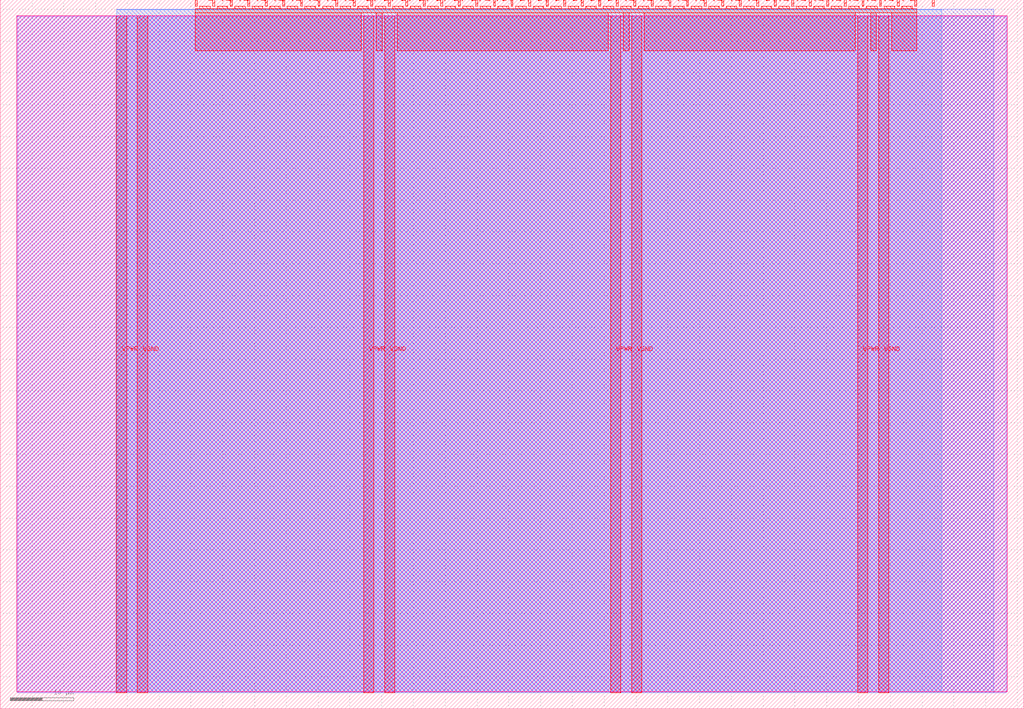
<source format=lef>
VERSION 5.7 ;
  NOWIREEXTENSIONATPIN ON ;
  DIVIDERCHAR "/" ;
  BUSBITCHARS "[]" ;
MACRO tt_um_ragnar_lucasnilsson954
  CLASS BLOCK ;
  FOREIGN tt_um_ragnar_lucasnilsson954 ;
  ORIGIN 0.000 0.000 ;
  SIZE 161.000 BY 111.520 ;
  PIN VGND
    DIRECTION INOUT ;
    USE GROUND ;
    PORT
      LAYER met4 ;
        RECT 21.580 2.480 23.180 109.040 ;
    END
    PORT
      LAYER met4 ;
        RECT 60.450 2.480 62.050 109.040 ;
    END
    PORT
      LAYER met4 ;
        RECT 99.320 2.480 100.920 109.040 ;
    END
    PORT
      LAYER met4 ;
        RECT 138.190 2.480 139.790 109.040 ;
    END
  END VGND
  PIN VPWR
    DIRECTION INOUT ;
    USE POWER ;
    PORT
      LAYER met4 ;
        RECT 18.280 2.480 19.880 109.040 ;
    END
    PORT
      LAYER met4 ;
        RECT 57.150 2.480 58.750 109.040 ;
    END
    PORT
      LAYER met4 ;
        RECT 96.020 2.480 97.620 109.040 ;
    END
    PORT
      LAYER met4 ;
        RECT 134.890 2.480 136.490 109.040 ;
    END
  END VPWR
  PIN clk
    DIRECTION INPUT ;
    USE SIGNAL ;
    ANTENNAGATEAREA 0.852000 ;
    PORT
      LAYER met4 ;
        RECT 143.830 110.520 144.130 111.520 ;
    END
  END clk
  PIN ena
    DIRECTION INPUT ;
    USE SIGNAL ;
    PORT
      LAYER met4 ;
        RECT 146.590 110.520 146.890 111.520 ;
    END
  END ena
  PIN rst_n
    DIRECTION INPUT ;
    USE SIGNAL ;
    ANTENNAGATEAREA 0.196500 ;
    PORT
      LAYER met4 ;
        RECT 141.070 110.520 141.370 111.520 ;
    END
  END rst_n
  PIN ui_in[0]
    DIRECTION INPUT ;
    USE SIGNAL ;
    ANTENNAGATEAREA 0.196500 ;
    PORT
      LAYER met4 ;
        RECT 138.310 110.520 138.610 111.520 ;
    END
  END ui_in[0]
  PIN ui_in[1]
    DIRECTION INPUT ;
    USE SIGNAL ;
    ANTENNAGATEAREA 0.196500 ;
    PORT
      LAYER met4 ;
        RECT 135.550 110.520 135.850 111.520 ;
    END
  END ui_in[1]
  PIN ui_in[2]
    DIRECTION INPUT ;
    USE SIGNAL ;
    ANTENNAGATEAREA 0.196500 ;
    PORT
      LAYER met4 ;
        RECT 132.790 110.520 133.090 111.520 ;
    END
  END ui_in[2]
  PIN ui_in[3]
    DIRECTION INPUT ;
    USE SIGNAL ;
    ANTENNAGATEAREA 0.196500 ;
    PORT
      LAYER met4 ;
        RECT 130.030 110.520 130.330 111.520 ;
    END
  END ui_in[3]
  PIN ui_in[4]
    DIRECTION INPUT ;
    USE SIGNAL ;
    ANTENNAGATEAREA 0.196500 ;
    PORT
      LAYER met4 ;
        RECT 127.270 110.520 127.570 111.520 ;
    END
  END ui_in[4]
  PIN ui_in[5]
    DIRECTION INPUT ;
    USE SIGNAL ;
    PORT
      LAYER met4 ;
        RECT 124.510 110.520 124.810 111.520 ;
    END
  END ui_in[5]
  PIN ui_in[6]
    DIRECTION INPUT ;
    USE SIGNAL ;
    PORT
      LAYER met4 ;
        RECT 121.750 110.520 122.050 111.520 ;
    END
  END ui_in[6]
  PIN ui_in[7]
    DIRECTION INPUT ;
    USE SIGNAL ;
    PORT
      LAYER met4 ;
        RECT 118.990 110.520 119.290 111.520 ;
    END
  END ui_in[7]
  PIN uio_in[0]
    DIRECTION INPUT ;
    USE SIGNAL ;
    PORT
      LAYER met4 ;
        RECT 116.230 110.520 116.530 111.520 ;
    END
  END uio_in[0]
  PIN uio_in[1]
    DIRECTION INPUT ;
    USE SIGNAL ;
    PORT
      LAYER met4 ;
        RECT 113.470 110.520 113.770 111.520 ;
    END
  END uio_in[1]
  PIN uio_in[2]
    DIRECTION INPUT ;
    USE SIGNAL ;
    PORT
      LAYER met4 ;
        RECT 110.710 110.520 111.010 111.520 ;
    END
  END uio_in[2]
  PIN uio_in[3]
    DIRECTION INPUT ;
    USE SIGNAL ;
    PORT
      LAYER met4 ;
        RECT 107.950 110.520 108.250 111.520 ;
    END
  END uio_in[3]
  PIN uio_in[4]
    DIRECTION INPUT ;
    USE SIGNAL ;
    PORT
      LAYER met4 ;
        RECT 105.190 110.520 105.490 111.520 ;
    END
  END uio_in[4]
  PIN uio_in[5]
    DIRECTION INPUT ;
    USE SIGNAL ;
    PORT
      LAYER met4 ;
        RECT 102.430 110.520 102.730 111.520 ;
    END
  END uio_in[5]
  PIN uio_in[6]
    DIRECTION INPUT ;
    USE SIGNAL ;
    PORT
      LAYER met4 ;
        RECT 99.670 110.520 99.970 111.520 ;
    END
  END uio_in[6]
  PIN uio_in[7]
    DIRECTION INPUT ;
    USE SIGNAL ;
    PORT
      LAYER met4 ;
        RECT 96.910 110.520 97.210 111.520 ;
    END
  END uio_in[7]
  PIN uio_oe[0]
    DIRECTION OUTPUT ;
    USE SIGNAL ;
    PORT
      LAYER met4 ;
        RECT 49.990 110.520 50.290 111.520 ;
    END
  END uio_oe[0]
  PIN uio_oe[1]
    DIRECTION OUTPUT ;
    USE SIGNAL ;
    PORT
      LAYER met4 ;
        RECT 47.230 110.520 47.530 111.520 ;
    END
  END uio_oe[1]
  PIN uio_oe[2]
    DIRECTION OUTPUT ;
    USE SIGNAL ;
    PORT
      LAYER met4 ;
        RECT 44.470 110.520 44.770 111.520 ;
    END
  END uio_oe[2]
  PIN uio_oe[3]
    DIRECTION OUTPUT ;
    USE SIGNAL ;
    PORT
      LAYER met4 ;
        RECT 41.710 110.520 42.010 111.520 ;
    END
  END uio_oe[3]
  PIN uio_oe[4]
    DIRECTION OUTPUT ;
    USE SIGNAL ;
    PORT
      LAYER met4 ;
        RECT 38.950 110.520 39.250 111.520 ;
    END
  END uio_oe[4]
  PIN uio_oe[5]
    DIRECTION OUTPUT ;
    USE SIGNAL ;
    PORT
      LAYER met4 ;
        RECT 36.190 110.520 36.490 111.520 ;
    END
  END uio_oe[5]
  PIN uio_oe[6]
    DIRECTION OUTPUT ;
    USE SIGNAL ;
    PORT
      LAYER met4 ;
        RECT 33.430 110.520 33.730 111.520 ;
    END
  END uio_oe[6]
  PIN uio_oe[7]
    DIRECTION OUTPUT ;
    USE SIGNAL ;
    PORT
      LAYER met4 ;
        RECT 30.670 110.520 30.970 111.520 ;
    END
  END uio_oe[7]
  PIN uio_out[0]
    DIRECTION OUTPUT ;
    USE SIGNAL ;
    PORT
      LAYER met4 ;
        RECT 72.070 110.520 72.370 111.520 ;
    END
  END uio_out[0]
  PIN uio_out[1]
    DIRECTION OUTPUT ;
    USE SIGNAL ;
    PORT
      LAYER met4 ;
        RECT 69.310 110.520 69.610 111.520 ;
    END
  END uio_out[1]
  PIN uio_out[2]
    DIRECTION OUTPUT ;
    USE SIGNAL ;
    PORT
      LAYER met4 ;
        RECT 66.550 110.520 66.850 111.520 ;
    END
  END uio_out[2]
  PIN uio_out[3]
    DIRECTION OUTPUT ;
    USE SIGNAL ;
    PORT
      LAYER met4 ;
        RECT 63.790 110.520 64.090 111.520 ;
    END
  END uio_out[3]
  PIN uio_out[4]
    DIRECTION OUTPUT ;
    USE SIGNAL ;
    PORT
      LAYER met4 ;
        RECT 61.030 110.520 61.330 111.520 ;
    END
  END uio_out[4]
  PIN uio_out[5]
    DIRECTION OUTPUT ;
    USE SIGNAL ;
    PORT
      LAYER met4 ;
        RECT 58.270 110.520 58.570 111.520 ;
    END
  END uio_out[5]
  PIN uio_out[6]
    DIRECTION OUTPUT ;
    USE SIGNAL ;
    PORT
      LAYER met4 ;
        RECT 55.510 110.520 55.810 111.520 ;
    END
  END uio_out[6]
  PIN uio_out[7]
    DIRECTION OUTPUT ;
    USE SIGNAL ;
    PORT
      LAYER met4 ;
        RECT 52.750 110.520 53.050 111.520 ;
    END
  END uio_out[7]
  PIN uo_out[0]
    DIRECTION OUTPUT ;
    USE SIGNAL ;
    ANTENNAGATEAREA 0.373500 ;
    ANTENNADIFFAREA 0.891000 ;
    PORT
      LAYER met4 ;
        RECT 94.150 110.520 94.450 111.520 ;
    END
  END uo_out[0]
  PIN uo_out[1]
    DIRECTION OUTPUT ;
    USE SIGNAL ;
    ANTENNAGATEAREA 0.373500 ;
    ANTENNADIFFAREA 0.891000 ;
    PORT
      LAYER met4 ;
        RECT 91.390 110.520 91.690 111.520 ;
    END
  END uo_out[1]
  PIN uo_out[2]
    DIRECTION OUTPUT ;
    USE SIGNAL ;
    ANTENNAGATEAREA 0.373500 ;
    ANTENNADIFFAREA 0.891000 ;
    PORT
      LAYER met4 ;
        RECT 88.630 110.520 88.930 111.520 ;
    END
  END uo_out[2]
  PIN uo_out[3]
    DIRECTION OUTPUT ;
    USE SIGNAL ;
    ANTENNAGATEAREA 0.373500 ;
    ANTENNADIFFAREA 0.891000 ;
    PORT
      LAYER met4 ;
        RECT 85.870 110.520 86.170 111.520 ;
    END
  END uo_out[3]
  PIN uo_out[4]
    DIRECTION OUTPUT ;
    USE SIGNAL ;
    ANTENNAGATEAREA 0.373500 ;
    ANTENNADIFFAREA 0.891000 ;
    PORT
      LAYER met4 ;
        RECT 83.110 110.520 83.410 111.520 ;
    END
  END uo_out[4]
  PIN uo_out[5]
    DIRECTION OUTPUT ;
    USE SIGNAL ;
    ANTENNAGATEAREA 0.373500 ;
    ANTENNADIFFAREA 0.891000 ;
    PORT
      LAYER met4 ;
        RECT 80.350 110.520 80.650 111.520 ;
    END
  END uo_out[5]
  PIN uo_out[6]
    DIRECTION OUTPUT ;
    USE SIGNAL ;
    ANTENNAGATEAREA 0.373500 ;
    ANTENNADIFFAREA 0.891000 ;
    PORT
      LAYER met4 ;
        RECT 77.590 110.520 77.890 111.520 ;
    END
  END uo_out[6]
  PIN uo_out[7]
    DIRECTION OUTPUT ;
    USE SIGNAL ;
    ANTENNAGATEAREA 0.373500 ;
    ANTENNADIFFAREA 0.891000 ;
    PORT
      LAYER met4 ;
        RECT 74.830 110.520 75.130 111.520 ;
    END
  END uo_out[7]
  OBS
      LAYER nwell ;
        RECT 2.570 2.635 158.430 108.990 ;
      LAYER li1 ;
        RECT 2.760 2.635 158.240 108.885 ;
      LAYER met1 ;
        RECT 2.760 2.480 158.240 109.040 ;
      LAYER met2 ;
        RECT 18.310 2.535 156.300 110.005 ;
      LAYER met3 ;
        RECT 18.290 2.555 148.055 109.985 ;
      LAYER met4 ;
        RECT 31.370 110.120 33.030 110.520 ;
        RECT 34.130 110.120 35.790 110.520 ;
        RECT 36.890 110.120 38.550 110.520 ;
        RECT 39.650 110.120 41.310 110.520 ;
        RECT 42.410 110.120 44.070 110.520 ;
        RECT 45.170 110.120 46.830 110.520 ;
        RECT 47.930 110.120 49.590 110.520 ;
        RECT 50.690 110.120 52.350 110.520 ;
        RECT 53.450 110.120 55.110 110.520 ;
        RECT 56.210 110.120 57.870 110.520 ;
        RECT 58.970 110.120 60.630 110.520 ;
        RECT 61.730 110.120 63.390 110.520 ;
        RECT 64.490 110.120 66.150 110.520 ;
        RECT 67.250 110.120 68.910 110.520 ;
        RECT 70.010 110.120 71.670 110.520 ;
        RECT 72.770 110.120 74.430 110.520 ;
        RECT 75.530 110.120 77.190 110.520 ;
        RECT 78.290 110.120 79.950 110.520 ;
        RECT 81.050 110.120 82.710 110.520 ;
        RECT 83.810 110.120 85.470 110.520 ;
        RECT 86.570 110.120 88.230 110.520 ;
        RECT 89.330 110.120 90.990 110.520 ;
        RECT 92.090 110.120 93.750 110.520 ;
        RECT 94.850 110.120 96.510 110.520 ;
        RECT 97.610 110.120 99.270 110.520 ;
        RECT 100.370 110.120 102.030 110.520 ;
        RECT 103.130 110.120 104.790 110.520 ;
        RECT 105.890 110.120 107.550 110.520 ;
        RECT 108.650 110.120 110.310 110.520 ;
        RECT 111.410 110.120 113.070 110.520 ;
        RECT 114.170 110.120 115.830 110.520 ;
        RECT 116.930 110.120 118.590 110.520 ;
        RECT 119.690 110.120 121.350 110.520 ;
        RECT 122.450 110.120 124.110 110.520 ;
        RECT 125.210 110.120 126.870 110.520 ;
        RECT 127.970 110.120 129.630 110.520 ;
        RECT 130.730 110.120 132.390 110.520 ;
        RECT 133.490 110.120 135.150 110.520 ;
        RECT 136.250 110.120 137.910 110.520 ;
        RECT 139.010 110.120 140.670 110.520 ;
        RECT 141.770 110.120 143.430 110.520 ;
        RECT 30.655 109.440 144.145 110.120 ;
        RECT 30.655 103.535 56.750 109.440 ;
        RECT 59.150 103.535 60.050 109.440 ;
        RECT 62.450 103.535 95.620 109.440 ;
        RECT 98.020 103.535 98.920 109.440 ;
        RECT 101.320 103.535 134.490 109.440 ;
        RECT 136.890 103.535 137.790 109.440 ;
        RECT 140.190 103.535 144.145 109.440 ;
  END
END tt_um_ragnar_lucasnilsson954
END LIBRARY


</source>
